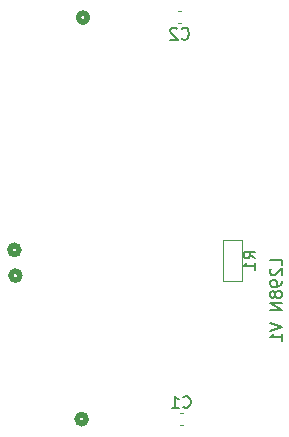
<source format=gbr>
%TF.GenerationSoftware,KiCad,Pcbnew,7.0.7*%
%TF.CreationDate,2024-04-29T21:33:31+09:00*%
%TF.ProjectId,l298n,6c323938-6e2e-46b6-9963-61645f706362,rev?*%
%TF.SameCoordinates,Original*%
%TF.FileFunction,Legend,Bot*%
%TF.FilePolarity,Positive*%
%FSLAX46Y46*%
G04 Gerber Fmt 4.6, Leading zero omitted, Abs format (unit mm)*
G04 Created by KiCad (PCBNEW 7.0.7) date 2024-04-29 21:33:31*
%MOMM*%
%LPD*%
G01*
G04 APERTURE LIST*
%ADD10C,0.150000*%
%ADD11C,0.508000*%
%ADD12C,0.120000*%
G04 APERTURE END LIST*
D10*
X135649819Y-105722969D02*
X135649819Y-105246779D01*
X135649819Y-105246779D02*
X134649819Y-105246779D01*
X134745057Y-106008684D02*
X134697438Y-106056303D01*
X134697438Y-106056303D02*
X134649819Y-106151541D01*
X134649819Y-106151541D02*
X134649819Y-106389636D01*
X134649819Y-106389636D02*
X134697438Y-106484874D01*
X134697438Y-106484874D02*
X134745057Y-106532493D01*
X134745057Y-106532493D02*
X134840295Y-106580112D01*
X134840295Y-106580112D02*
X134935533Y-106580112D01*
X134935533Y-106580112D02*
X135078390Y-106532493D01*
X135078390Y-106532493D02*
X135649819Y-105961065D01*
X135649819Y-105961065D02*
X135649819Y-106580112D01*
X135649819Y-107056303D02*
X135649819Y-107246779D01*
X135649819Y-107246779D02*
X135602200Y-107342017D01*
X135602200Y-107342017D02*
X135554580Y-107389636D01*
X135554580Y-107389636D02*
X135411723Y-107484874D01*
X135411723Y-107484874D02*
X135221247Y-107532493D01*
X135221247Y-107532493D02*
X134840295Y-107532493D01*
X134840295Y-107532493D02*
X134745057Y-107484874D01*
X134745057Y-107484874D02*
X134697438Y-107437255D01*
X134697438Y-107437255D02*
X134649819Y-107342017D01*
X134649819Y-107342017D02*
X134649819Y-107151541D01*
X134649819Y-107151541D02*
X134697438Y-107056303D01*
X134697438Y-107056303D02*
X134745057Y-107008684D01*
X134745057Y-107008684D02*
X134840295Y-106961065D01*
X134840295Y-106961065D02*
X135078390Y-106961065D01*
X135078390Y-106961065D02*
X135173628Y-107008684D01*
X135173628Y-107008684D02*
X135221247Y-107056303D01*
X135221247Y-107056303D02*
X135268866Y-107151541D01*
X135268866Y-107151541D02*
X135268866Y-107342017D01*
X135268866Y-107342017D02*
X135221247Y-107437255D01*
X135221247Y-107437255D02*
X135173628Y-107484874D01*
X135173628Y-107484874D02*
X135078390Y-107532493D01*
X135078390Y-108103922D02*
X135030771Y-108008684D01*
X135030771Y-108008684D02*
X134983152Y-107961065D01*
X134983152Y-107961065D02*
X134887914Y-107913446D01*
X134887914Y-107913446D02*
X134840295Y-107913446D01*
X134840295Y-107913446D02*
X134745057Y-107961065D01*
X134745057Y-107961065D02*
X134697438Y-108008684D01*
X134697438Y-108008684D02*
X134649819Y-108103922D01*
X134649819Y-108103922D02*
X134649819Y-108294398D01*
X134649819Y-108294398D02*
X134697438Y-108389636D01*
X134697438Y-108389636D02*
X134745057Y-108437255D01*
X134745057Y-108437255D02*
X134840295Y-108484874D01*
X134840295Y-108484874D02*
X134887914Y-108484874D01*
X134887914Y-108484874D02*
X134983152Y-108437255D01*
X134983152Y-108437255D02*
X135030771Y-108389636D01*
X135030771Y-108389636D02*
X135078390Y-108294398D01*
X135078390Y-108294398D02*
X135078390Y-108103922D01*
X135078390Y-108103922D02*
X135126009Y-108008684D01*
X135126009Y-108008684D02*
X135173628Y-107961065D01*
X135173628Y-107961065D02*
X135268866Y-107913446D01*
X135268866Y-107913446D02*
X135459342Y-107913446D01*
X135459342Y-107913446D02*
X135554580Y-107961065D01*
X135554580Y-107961065D02*
X135602200Y-108008684D01*
X135602200Y-108008684D02*
X135649819Y-108103922D01*
X135649819Y-108103922D02*
X135649819Y-108294398D01*
X135649819Y-108294398D02*
X135602200Y-108389636D01*
X135602200Y-108389636D02*
X135554580Y-108437255D01*
X135554580Y-108437255D02*
X135459342Y-108484874D01*
X135459342Y-108484874D02*
X135268866Y-108484874D01*
X135268866Y-108484874D02*
X135173628Y-108437255D01*
X135173628Y-108437255D02*
X135126009Y-108389636D01*
X135126009Y-108389636D02*
X135078390Y-108294398D01*
X135649819Y-108913446D02*
X134649819Y-108913446D01*
X134649819Y-108913446D02*
X135649819Y-109484874D01*
X135649819Y-109484874D02*
X134649819Y-109484874D01*
X134649819Y-110580113D02*
X135649819Y-110913446D01*
X135649819Y-110913446D02*
X134649819Y-111246779D01*
X135649819Y-112103922D02*
X135649819Y-111532494D01*
X135649819Y-111818208D02*
X134649819Y-111818208D01*
X134649819Y-111818208D02*
X134792676Y-111722970D01*
X134792676Y-111722970D02*
X134887914Y-111627732D01*
X134887914Y-111627732D02*
X134935533Y-111532494D01*
X127161666Y-86509580D02*
X127209285Y-86557200D01*
X127209285Y-86557200D02*
X127352142Y-86604819D01*
X127352142Y-86604819D02*
X127447380Y-86604819D01*
X127447380Y-86604819D02*
X127590237Y-86557200D01*
X127590237Y-86557200D02*
X127685475Y-86461961D01*
X127685475Y-86461961D02*
X127733094Y-86366723D01*
X127733094Y-86366723D02*
X127780713Y-86176247D01*
X127780713Y-86176247D02*
X127780713Y-86033390D01*
X127780713Y-86033390D02*
X127733094Y-85842914D01*
X127733094Y-85842914D02*
X127685475Y-85747676D01*
X127685475Y-85747676D02*
X127590237Y-85652438D01*
X127590237Y-85652438D02*
X127447380Y-85604819D01*
X127447380Y-85604819D02*
X127352142Y-85604819D01*
X127352142Y-85604819D02*
X127209285Y-85652438D01*
X127209285Y-85652438D02*
X127161666Y-85700057D01*
X126780713Y-85700057D02*
X126733094Y-85652438D01*
X126733094Y-85652438D02*
X126637856Y-85604819D01*
X126637856Y-85604819D02*
X126399761Y-85604819D01*
X126399761Y-85604819D02*
X126304523Y-85652438D01*
X126304523Y-85652438D02*
X126256904Y-85700057D01*
X126256904Y-85700057D02*
X126209285Y-85795295D01*
X126209285Y-85795295D02*
X126209285Y-85890533D01*
X126209285Y-85890533D02*
X126256904Y-86033390D01*
X126256904Y-86033390D02*
X126828332Y-86604819D01*
X126828332Y-86604819D02*
X126209285Y-86604819D01*
X127301666Y-117699580D02*
X127349285Y-117747200D01*
X127349285Y-117747200D02*
X127492142Y-117794819D01*
X127492142Y-117794819D02*
X127587380Y-117794819D01*
X127587380Y-117794819D02*
X127730237Y-117747200D01*
X127730237Y-117747200D02*
X127825475Y-117651961D01*
X127825475Y-117651961D02*
X127873094Y-117556723D01*
X127873094Y-117556723D02*
X127920713Y-117366247D01*
X127920713Y-117366247D02*
X127920713Y-117223390D01*
X127920713Y-117223390D02*
X127873094Y-117032914D01*
X127873094Y-117032914D02*
X127825475Y-116937676D01*
X127825475Y-116937676D02*
X127730237Y-116842438D01*
X127730237Y-116842438D02*
X127587380Y-116794819D01*
X127587380Y-116794819D02*
X127492142Y-116794819D01*
X127492142Y-116794819D02*
X127349285Y-116842438D01*
X127349285Y-116842438D02*
X127301666Y-116890057D01*
X126349285Y-117794819D02*
X126920713Y-117794819D01*
X126634999Y-117794819D02*
X126634999Y-116794819D01*
X126634999Y-116794819D02*
X126730237Y-116937676D01*
X126730237Y-116937676D02*
X126825475Y-117032914D01*
X126825475Y-117032914D02*
X126920713Y-117080533D01*
X133414819Y-105143333D02*
X132938628Y-104810000D01*
X133414819Y-104571905D02*
X132414819Y-104571905D01*
X132414819Y-104571905D02*
X132414819Y-104952857D01*
X132414819Y-104952857D02*
X132462438Y-105048095D01*
X132462438Y-105048095D02*
X132510057Y-105095714D01*
X132510057Y-105095714D02*
X132605295Y-105143333D01*
X132605295Y-105143333D02*
X132748152Y-105143333D01*
X132748152Y-105143333D02*
X132843390Y-105095714D01*
X132843390Y-105095714D02*
X132891009Y-105048095D01*
X132891009Y-105048095D02*
X132938628Y-104952857D01*
X132938628Y-104952857D02*
X132938628Y-104571905D01*
X133414819Y-106095714D02*
X133414819Y-105524286D01*
X133414819Y-105810000D02*
X132414819Y-105810000D01*
X132414819Y-105810000D02*
X132557676Y-105714762D01*
X132557676Y-105714762D02*
X132652914Y-105619524D01*
X132652914Y-105619524D02*
X132700533Y-105524286D01*
D11*
%TO.C,J4*%
X113470999Y-106591399D02*
G75*
G03*
X113470999Y-106591399I-381000J0D01*
G01*
%TO.C,J3*%
X113391001Y-104418602D02*
G75*
G03*
X113391001Y-104418602I-381000J0D01*
G01*
%TO.C,J2*%
X119083998Y-118740000D02*
G75*
G03*
X119083998Y-118740000I-381000J0D01*
G01*
%TO.C,J1*%
X119197399Y-84750001D02*
G75*
G03*
X119197399Y-84750001I-381000J0D01*
G01*
D12*
%TO.C,C2*%
X126854420Y-84210000D02*
X127135580Y-84210000D01*
X126854420Y-85230000D02*
X127135580Y-85230000D01*
%TO.C,C1*%
X127275580Y-119280000D02*
X126994420Y-119280000D01*
X127275580Y-118260000D02*
X126994420Y-118260000D01*
%TO.C,R1*%
X130660000Y-103610000D02*
X132260000Y-103610000D01*
X130660000Y-107010000D02*
X130660000Y-103610000D01*
X132260000Y-103610000D02*
X132260000Y-107010000D01*
X132260000Y-107010000D02*
X130660000Y-107010000D01*
%TD*%
M02*

</source>
